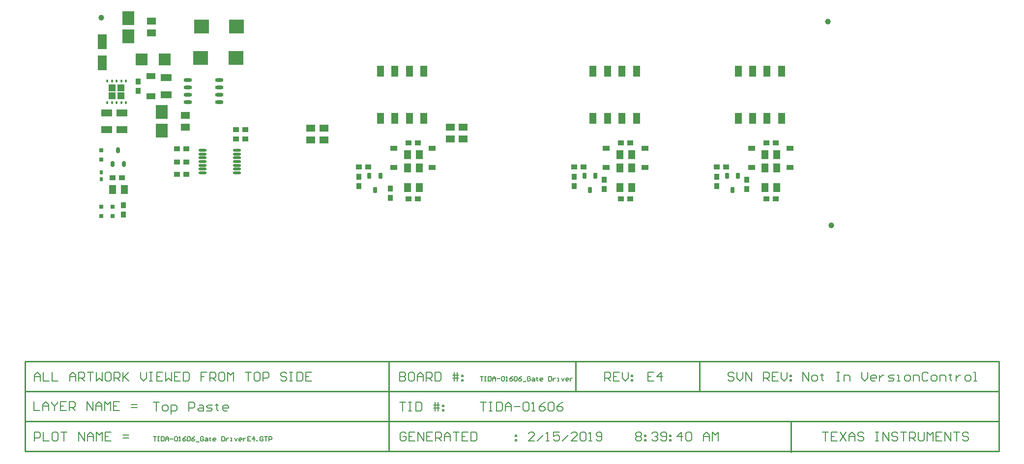
<source format=gtp>
G04*
G04 #@! TF.GenerationSoftware,Altium Limited,Altium Designer,18.1.9 (240)*
G04*
G04 Layer_Color=9021481*
%FSAX25Y25*%
%MOIN*%
G70*
G01*
G75*
%ADD15C,0.00800*%
%ADD17C,0.00600*%
%ADD25C,0.01000*%
%ADD26R,0.05158X0.04520*%
%ADD27R,0.06299X0.04331*%
G04:AMPARAMS|DCode=28|XSize=75.2mil|YSize=46.06mil|CornerRadius=2.07mil|HoleSize=0mil|Usage=FLASHONLY|Rotation=90.000|XOffset=0mil|YOffset=0mil|HoleType=Round|Shape=RoundedRectangle|*
%AMROUNDEDRECTD28*
21,1,0.07520,0.04192,0,0,90.0*
21,1,0.07105,0.04606,0,0,90.0*
1,1,0.00415,0.02096,0.03553*
1,1,0.00415,0.02096,-0.03553*
1,1,0.00415,-0.02096,-0.03553*
1,1,0.00415,-0.02096,0.03553*
%
%ADD28ROUNDEDRECTD28*%
%ADD29R,0.03937X0.03740*%
%ADD30R,0.03740X0.03937*%
%ADD31R,0.05000X0.06300*%
%ADD32R,0.06300X0.05000*%
%ADD33R,0.07284X0.05118*%
%ADD34R,0.10039X0.09646*%
%ADD35R,0.06299X0.10236*%
%ADD36O,0.05709X0.02362*%
%ADD37R,0.08465X0.09646*%
%ADD38O,0.01181X0.02362*%
%ADD39C,0.03937*%
%ADD40O,0.05512X0.01772*%
%ADD41R,0.07874X0.07874*%
%ADD42R,0.04803X0.03602*%
G04:AMPARAMS|DCode=43|XSize=23.62mil|YSize=39.37mil|CornerRadius=5.91mil|HoleSize=0mil|Usage=FLASHONLY|Rotation=180.000|XOffset=0mil|YOffset=0mil|HoleType=Round|Shape=RoundedRectangle|*
%AMROUNDEDRECTD43*
21,1,0.02362,0.02756,0,0,180.0*
21,1,0.01181,0.03937,0,0,180.0*
1,1,0.01181,-0.00591,0.01378*
1,1,0.01181,0.00591,0.01378*
1,1,0.01181,0.00591,-0.01378*
1,1,0.01181,-0.00591,-0.01378*
%
%ADD43ROUNDEDRECTD43*%
%ADD44R,0.03150X0.03150*%
G04:AMPARAMS|DCode=45|XSize=23.62mil|YSize=39.37mil|CornerRadius=2.01mil|HoleSize=0mil|Usage=FLASHONLY|Rotation=0.000|XOffset=0mil|YOffset=0mil|HoleType=Round|Shape=RoundedRectangle|*
%AMROUNDEDRECTD45*
21,1,0.02362,0.03535,0,0,0.0*
21,1,0.01961,0.03937,0,0,0.0*
1,1,0.00402,0.00980,-0.01768*
1,1,0.00402,-0.00980,-0.01768*
1,1,0.00402,-0.00980,0.01768*
1,1,0.00402,0.00980,0.01768*
%
%ADD45ROUNDEDRECTD45*%
%ADD46R,0.02362X0.03150*%
G54D15*
X0126900Y0073549D02*
X0130899D01*
X0128899D01*
Y0067551D01*
X0133898D02*
X0135897D01*
X0136897Y0068550D01*
Y0070550D01*
X0135897Y0071549D01*
X0133898D01*
X0132898Y0070550D01*
Y0068550D01*
X0133898Y0067551D01*
X0138896Y0065551D02*
Y0071549D01*
X0141895D01*
X0142895Y0070550D01*
Y0068550D01*
X0141895Y0067551D01*
X0138896D01*
X0150892D02*
Y0073549D01*
X0153891D01*
X0154891Y0072549D01*
Y0070550D01*
X0153891Y0069550D01*
X0150892D01*
X0157890Y0071549D02*
X0159889D01*
X0160889Y0070550D01*
Y0067551D01*
X0157890D01*
X0156890Y0068550D01*
X0157890Y0069550D01*
X0160889D01*
X0162888Y0067551D02*
X0165887D01*
X0166887Y0068550D01*
X0165887Y0069550D01*
X0163888D01*
X0162888Y0070550D01*
X0163888Y0071549D01*
X0166887D01*
X0169886Y0072549D02*
Y0071549D01*
X0168886D01*
X0170886D01*
X0169886D01*
Y0068550D01*
X0170886Y0067551D01*
X0176884D02*
X0174884D01*
X0173885Y0068550D01*
Y0070550D01*
X0174884Y0071549D01*
X0176884D01*
X0177884Y0070550D01*
Y0069550D01*
X0173885D01*
X0045850Y0073649D02*
Y0067651D01*
X0049849D01*
X0051848D02*
Y0071649D01*
X0053847Y0073649D01*
X0055847Y0071649D01*
Y0067651D01*
Y0070650D01*
X0051848D01*
X0057846Y0073649D02*
Y0072649D01*
X0059846Y0070650D01*
X0061845Y0072649D01*
Y0073649D01*
X0059846Y0070650D02*
Y0067651D01*
X0067843Y0073649D02*
X0063844D01*
Y0067651D01*
X0067843D01*
X0063844Y0070650D02*
X0065843D01*
X0069842Y0067651D02*
Y0073649D01*
X0072841D01*
X0073841Y0072649D01*
Y0070650D01*
X0072841Y0069650D01*
X0069842D01*
X0071842D02*
X0073841Y0067651D01*
X0081838D02*
Y0073649D01*
X0085837Y0067651D01*
Y0073649D01*
X0087836Y0067651D02*
Y0071649D01*
X0089836Y0073649D01*
X0091835Y0071649D01*
Y0067651D01*
Y0070650D01*
X0087836D01*
X0093835Y0067651D02*
Y0073649D01*
X0095834Y0071649D01*
X0097833Y0073649D01*
Y0067651D01*
X0103831Y0073649D02*
X0099832D01*
Y0067651D01*
X0103831D01*
X0099832Y0070650D02*
X0101832D01*
X0111829Y0069650D02*
X0115827D01*
X0111829Y0071649D02*
X0115827D01*
X0348550Y0073498D02*
X0352549D01*
X0350549D01*
Y0067500D01*
X0354548Y0073498D02*
X0356547D01*
X0355548D01*
Y0067500D01*
X0354548D01*
X0356547D01*
X0359546Y0073498D02*
Y0067500D01*
X0362545D01*
X0363545Y0068500D01*
Y0072498D01*
X0362545Y0073498D01*
X0359546D01*
X0365545Y0067500D02*
Y0071499D01*
X0367544Y0073498D01*
X0369543Y0071499D01*
Y0067500D01*
Y0070499D01*
X0365545D01*
X0371543D02*
X0375541D01*
X0377541Y0072498D02*
X0378540Y0073498D01*
X0380540D01*
X0381539Y0072498D01*
Y0068500D01*
X0380540Y0067500D01*
X0378540D01*
X0377541Y0068500D01*
Y0072498D01*
X0383539Y0067500D02*
X0385538D01*
X0384538D01*
Y0073498D01*
X0383539Y0072498D01*
X0392536Y0073498D02*
X0390536Y0072498D01*
X0388537Y0070499D01*
Y0068500D01*
X0389537Y0067500D01*
X0391536D01*
X0392536Y0068500D01*
Y0069499D01*
X0391536Y0070499D01*
X0388537D01*
X0394535Y0072498D02*
X0395535Y0073498D01*
X0397534D01*
X0398534Y0072498D01*
Y0068500D01*
X0397534Y0067500D01*
X0395535D01*
X0394535Y0068500D01*
Y0072498D01*
X0404532Y0073498D02*
X0402532Y0072498D01*
X0400533Y0070499D01*
Y0068500D01*
X0401533Y0067500D01*
X0403532D01*
X0404532Y0068500D01*
Y0069499D01*
X0403532Y0070499D01*
X0400533D01*
X0294000Y0073498D02*
X0297999D01*
X0295999D01*
Y0067500D01*
X0299998Y0073498D02*
X0301997D01*
X0300998D01*
Y0067500D01*
X0299998D01*
X0301997D01*
X0304996Y0073498D02*
Y0067500D01*
X0307996D01*
X0308995Y0068500D01*
Y0072498D01*
X0307996Y0073498D01*
X0304996D01*
X0317992Y0067500D02*
Y0073498D01*
X0319992D02*
Y0067500D01*
X0316993Y0071499D02*
X0319992D01*
X0320991D01*
X0316993Y0069499D02*
X0320991D01*
X0322991Y0071499D02*
X0323990D01*
Y0070499D01*
X0322991D01*
Y0071499D01*
Y0068500D02*
X0323990D01*
Y0067500D01*
X0322991D01*
Y0068500D01*
X0580500Y0052965D02*
X0584499D01*
X0582499D01*
Y0046966D01*
X0590497Y0052965D02*
X0586498D01*
Y0046966D01*
X0590497D01*
X0586498Y0049966D02*
X0588497D01*
X0592496Y0052965D02*
X0596495Y0046966D01*
Y0052965D02*
X0592496Y0046966D01*
X0598494D02*
Y0050965D01*
X0600493Y0052965D01*
X0602493Y0050965D01*
Y0046966D01*
Y0049966D01*
X0598494D01*
X0608491Y0051965D02*
X0607491Y0052965D01*
X0605492D01*
X0604492Y0051965D01*
Y0050965D01*
X0605492Y0049966D01*
X0607491D01*
X0608491Y0048966D01*
Y0047966D01*
X0607491Y0046966D01*
X0605492D01*
X0604492Y0047966D01*
X0616488Y0052965D02*
X0618488D01*
X0617488D01*
Y0046966D01*
X0616488D01*
X0618488D01*
X0621487D02*
Y0052965D01*
X0625486Y0046966D01*
Y0052965D01*
X0631484Y0051965D02*
X0630484Y0052965D01*
X0628484D01*
X0627485Y0051965D01*
Y0050965D01*
X0628484Y0049966D01*
X0630484D01*
X0631484Y0048966D01*
Y0047966D01*
X0630484Y0046966D01*
X0628484D01*
X0627485Y0047966D01*
X0633483Y0052965D02*
X0637482D01*
X0635482D01*
Y0046966D01*
X0639481D02*
Y0052965D01*
X0642480D01*
X0643480Y0051965D01*
Y0049966D01*
X0642480Y0048966D01*
X0639481D01*
X0641480D02*
X0643480Y0046966D01*
X0645479Y0052965D02*
Y0047966D01*
X0646479Y0046966D01*
X0648478D01*
X0649478Y0047966D01*
Y0052965D01*
X0651477Y0046966D02*
Y0052965D01*
X0653476Y0050965D01*
X0655476Y0052965D01*
Y0046966D01*
X0661474Y0052965D02*
X0657475D01*
Y0046966D01*
X0661474D01*
X0657475Y0049966D02*
X0659474D01*
X0663473Y0046966D02*
Y0052965D01*
X0667472Y0046966D01*
Y0052965D01*
X0669471D02*
X0673470D01*
X0671471D01*
Y0046966D01*
X0679468Y0051965D02*
X0678468Y0052965D01*
X0676469D01*
X0675469Y0051965D01*
Y0050965D01*
X0676469Y0049966D01*
X0678468D01*
X0679468Y0048966D01*
Y0047966D01*
X0678468Y0046966D01*
X0676469D01*
X0675469Y0047966D01*
X0454050Y0051965D02*
X0455050Y0052965D01*
X0457049D01*
X0458049Y0051965D01*
Y0050965D01*
X0457049Y0049966D01*
X0458049Y0048966D01*
Y0047966D01*
X0457049Y0046966D01*
X0455050D01*
X0454050Y0047966D01*
Y0048966D01*
X0455050Y0049966D01*
X0454050Y0050965D01*
Y0051965D01*
X0455050Y0049966D02*
X0457049D01*
X0460048Y0050965D02*
X0461048D01*
Y0049966D01*
X0460048D01*
Y0050965D01*
Y0047966D02*
X0461048D01*
Y0046966D01*
X0460048D01*
Y0047966D01*
X0465046Y0051965D02*
X0466046Y0052965D01*
X0468046D01*
X0469045Y0051965D01*
Y0050965D01*
X0468046Y0049966D01*
X0467046D01*
X0468046D01*
X0469045Y0048966D01*
Y0047966D01*
X0468046Y0046966D01*
X0466046D01*
X0465046Y0047966D01*
X0471044D02*
X0472044Y0046966D01*
X0474044D01*
X0475043Y0047966D01*
Y0051965D01*
X0474044Y0052965D01*
X0472044D01*
X0471044Y0051965D01*
Y0050965D01*
X0472044Y0049966D01*
X0475043D01*
X0477043Y0050965D02*
X0478042D01*
Y0049966D01*
X0477043D01*
Y0050965D01*
Y0047966D02*
X0478042D01*
Y0046966D01*
X0477043D01*
Y0047966D01*
X0485040Y0046966D02*
Y0052965D01*
X0482041Y0049966D01*
X0486040D01*
X0488039Y0051965D02*
X0489039Y0052965D01*
X0491038D01*
X0492038Y0051965D01*
Y0047966D01*
X0491038Y0046966D01*
X0489039D01*
X0488039Y0047966D01*
Y0051965D01*
X0500035Y0046966D02*
Y0050965D01*
X0502035Y0052965D01*
X0504034Y0050965D01*
Y0046966D01*
Y0049966D01*
X0500035D01*
X0506033Y0046966D02*
Y0052965D01*
X0508033Y0050965D01*
X0510032Y0052965D01*
Y0046966D01*
X0046350D02*
Y0052965D01*
X0049349D01*
X0050349Y0051965D01*
Y0049966D01*
X0049349Y0048966D01*
X0046350D01*
X0052348Y0052965D02*
Y0046966D01*
X0056347D01*
X0061345Y0052965D02*
X0059346D01*
X0058346Y0051965D01*
Y0047966D01*
X0059346Y0046966D01*
X0061345D01*
X0062345Y0047966D01*
Y0051965D01*
X0061345Y0052965D01*
X0064344D02*
X0068343D01*
X0066343D01*
Y0046966D01*
X0076340D02*
Y0052965D01*
X0080339Y0046966D01*
Y0052965D01*
X0082338Y0046966D02*
Y0050965D01*
X0084338Y0052965D01*
X0086337Y0050965D01*
Y0046966D01*
Y0049966D01*
X0082338D01*
X0088336Y0046966D02*
Y0052965D01*
X0090336Y0050965D01*
X0092335Y0052965D01*
Y0046966D01*
X0098333Y0052965D02*
X0094335D01*
Y0046966D01*
X0098333D01*
X0094335Y0049966D02*
X0096334D01*
X0106331Y0048966D02*
X0110329D01*
X0106331Y0050965D02*
X0110329D01*
X0294000Y0093831D02*
Y0087833D01*
X0296999D01*
X0297999Y0088833D01*
Y0089833D01*
X0296999Y0090832D01*
X0294000D01*
X0296999D01*
X0297999Y0091832D01*
Y0092832D01*
X0296999Y0093831D01*
X0294000D01*
X0302997D02*
X0300998D01*
X0299998Y0092832D01*
Y0088833D01*
X0300998Y0087833D01*
X0302997D01*
X0303997Y0088833D01*
Y0092832D01*
X0302997Y0093831D01*
X0305996Y0087833D02*
Y0091832D01*
X0307996Y0093831D01*
X0309995Y0091832D01*
Y0087833D01*
Y0090832D01*
X0305996D01*
X0311994Y0087833D02*
Y0093831D01*
X0314993D01*
X0315993Y0092832D01*
Y0090832D01*
X0314993Y0089833D01*
X0311994D01*
X0313994D02*
X0315993Y0087833D01*
X0317992Y0093831D02*
Y0087833D01*
X0320991D01*
X0321991Y0088833D01*
Y0092832D01*
X0320991Y0093831D01*
X0317992D01*
X0330988Y0087833D02*
Y0093831D01*
X0332987D02*
Y0087833D01*
X0329988Y0091832D02*
X0332987D01*
X0333987D01*
X0329988Y0089833D02*
X0333987D01*
X0335986Y0091832D02*
X0336986D01*
Y0090832D01*
X0335986D01*
Y0091832D01*
Y0088833D02*
X0336986D01*
Y0087833D01*
X0335986D01*
Y0088833D01*
X0466149Y0093831D02*
X0462150D01*
Y0087833D01*
X0466149D01*
X0462150Y0090832D02*
X0464149D01*
X0471147Y0087833D02*
Y0093831D01*
X0468148Y0090832D01*
X0472147D01*
X0046350Y0087833D02*
Y0091832D01*
X0048349Y0093831D01*
X0050349Y0091832D01*
Y0087833D01*
Y0090832D01*
X0046350D01*
X0052348Y0093831D02*
Y0087833D01*
X0056347D01*
X0058346Y0093831D02*
Y0087833D01*
X0062345D01*
X0070342D02*
Y0091832D01*
X0072342Y0093831D01*
X0074341Y0091832D01*
Y0087833D01*
Y0090832D01*
X0070342D01*
X0076340Y0087833D02*
Y0093831D01*
X0079339D01*
X0080339Y0092832D01*
Y0090832D01*
X0079339Y0089833D01*
X0076340D01*
X0078340D02*
X0080339Y0087833D01*
X0082338Y0093831D02*
X0086337D01*
X0084338D01*
Y0087833D01*
X0088336Y0093831D02*
Y0087833D01*
X0090336Y0089833D01*
X0092335Y0087833D01*
Y0093831D01*
X0097334D02*
X0095334D01*
X0094335Y0092832D01*
Y0088833D01*
X0095334Y0087833D01*
X0097334D01*
X0098333Y0088833D01*
Y0092832D01*
X0097334Y0093831D01*
X0100332Y0087833D02*
Y0093831D01*
X0103332D01*
X0104331Y0092832D01*
Y0090832D01*
X0103332Y0089833D01*
X0100332D01*
X0102332D02*
X0104331Y0087833D01*
X0106331Y0093831D02*
Y0087833D01*
Y0089833D01*
X0110329Y0093831D01*
X0107330Y0090832D01*
X0110329Y0087833D01*
X0118327Y0093831D02*
Y0089833D01*
X0120326Y0087833D01*
X0122325Y0089833D01*
Y0093831D01*
X0124325D02*
X0126324D01*
X0125324D01*
Y0087833D01*
X0124325D01*
X0126324D01*
X0133322Y0093831D02*
X0129323D01*
Y0087833D01*
X0133322D01*
X0129323Y0090832D02*
X0131323D01*
X0135321Y0093831D02*
Y0087833D01*
X0137321Y0089833D01*
X0139320Y0087833D01*
Y0093831D01*
X0145318D02*
X0141319D01*
Y0087833D01*
X0145318D01*
X0141319Y0090832D02*
X0143319D01*
X0147317Y0093831D02*
Y0087833D01*
X0150316D01*
X0151316Y0088833D01*
Y0092832D01*
X0150316Y0093831D01*
X0147317D01*
X0163312D02*
X0159313D01*
Y0090832D01*
X0161313D01*
X0159313D01*
Y0087833D01*
X0165312D02*
Y0093831D01*
X0168310D01*
X0169310Y0092832D01*
Y0090832D01*
X0168310Y0089833D01*
X0165312D01*
X0167311D02*
X0169310Y0087833D01*
X0174309Y0093831D02*
X0172309D01*
X0171310Y0092832D01*
Y0088833D01*
X0172309Y0087833D01*
X0174309D01*
X0175308Y0088833D01*
Y0092832D01*
X0174309Y0093831D01*
X0177308Y0087833D02*
Y0093831D01*
X0179307Y0091832D01*
X0181306Y0093831D01*
Y0087833D01*
X0189304Y0093831D02*
X0193303D01*
X0191303D01*
Y0087833D01*
X0198301Y0093831D02*
X0196301D01*
X0195302Y0092832D01*
Y0088833D01*
X0196301Y0087833D01*
X0198301D01*
X0199301Y0088833D01*
Y0092832D01*
X0198301Y0093831D01*
X0201300Y0087833D02*
Y0093831D01*
X0204299D01*
X0205299Y0092832D01*
Y0090832D01*
X0204299Y0089833D01*
X0201300D01*
X0217295Y0092832D02*
X0216295Y0093831D01*
X0214296D01*
X0213296Y0092832D01*
Y0091832D01*
X0214296Y0090832D01*
X0216295D01*
X0217295Y0089833D01*
Y0088833D01*
X0216295Y0087833D01*
X0214296D01*
X0213296Y0088833D01*
X0219294Y0093831D02*
X0221293D01*
X0220294D01*
Y0087833D01*
X0219294D01*
X0221293D01*
X0224292Y0093831D02*
Y0087833D01*
X0227291D01*
X0228291Y0088833D01*
Y0092832D01*
X0227291Y0093831D01*
X0224292D01*
X0234289D02*
X0230291D01*
Y0087833D01*
X0234289D01*
X0230291Y0090832D02*
X0232290D01*
X0298199Y0051965D02*
X0297199Y0052965D01*
X0295200D01*
X0294200Y0051965D01*
Y0047966D01*
X0295200Y0046966D01*
X0297199D01*
X0298199Y0047966D01*
Y0049966D01*
X0296199D01*
X0304197Y0052965D02*
X0300198D01*
Y0046966D01*
X0304197D01*
X0300198Y0049966D02*
X0302197D01*
X0306196Y0046966D02*
Y0052965D01*
X0310195Y0046966D01*
Y0052965D01*
X0316193D02*
X0312194D01*
Y0046966D01*
X0316193D01*
X0312194Y0049966D02*
X0314194D01*
X0318192Y0046966D02*
Y0052965D01*
X0321191D01*
X0322191Y0051965D01*
Y0049966D01*
X0321191Y0048966D01*
X0318192D01*
X0320192D02*
X0322191Y0046966D01*
X0324190D02*
Y0050965D01*
X0326190Y0052965D01*
X0328189Y0050965D01*
Y0046966D01*
Y0049966D01*
X0324190D01*
X0330188Y0052965D02*
X0334187D01*
X0332188D01*
Y0046966D01*
X0340185Y0052965D02*
X0336186D01*
Y0046966D01*
X0340185D01*
X0336186Y0049966D02*
X0338186D01*
X0342184Y0052965D02*
Y0046966D01*
X0345183D01*
X0346183Y0047966D01*
Y0051965D01*
X0345183Y0052965D01*
X0342184D01*
X0372175Y0050965D02*
X0373175D01*
Y0049966D01*
X0372175D01*
Y0050965D01*
Y0047966D02*
X0373175D01*
Y0046966D01*
X0372175D01*
Y0047966D01*
X0385149Y0046966D02*
X0381150D01*
X0385149Y0050965D01*
Y0051965D01*
X0384149Y0052965D01*
X0382150D01*
X0381150Y0051965D01*
X0387148Y0046966D02*
X0391147Y0050965D01*
X0393146Y0046966D02*
X0395146D01*
X0394146D01*
Y0052965D01*
X0393146Y0051965D01*
X0402143Y0052965D02*
X0398145D01*
Y0049966D01*
X0400144Y0050965D01*
X0401144D01*
X0402143Y0049966D01*
Y0047966D01*
X0401144Y0046966D01*
X0399144D01*
X0398145Y0047966D01*
X0404143Y0046966D02*
X0408141Y0050965D01*
X0414139Y0046966D02*
X0410141D01*
X0414139Y0050965D01*
Y0051965D01*
X0413140Y0052965D01*
X0411140D01*
X0410141Y0051965D01*
X0416139D02*
X0417138Y0052965D01*
X0419138D01*
X0420137Y0051965D01*
Y0047966D01*
X0419138Y0046966D01*
X0417138D01*
X0416139Y0047966D01*
Y0051965D01*
X0422137Y0046966D02*
X0424136D01*
X0423136D01*
Y0052965D01*
X0422137Y0051965D01*
X0427135Y0047966D02*
X0428135Y0046966D01*
X0430134D01*
X0431134Y0047966D01*
Y0051965D01*
X0430134Y0052965D01*
X0428135D01*
X0427135Y0051965D01*
Y0050965D01*
X0428135Y0049966D01*
X0431134D01*
X0433000Y0087833D02*
Y0093831D01*
X0435999D01*
X0436999Y0092832D01*
Y0090832D01*
X0435999Y0089833D01*
X0433000D01*
X0434999D02*
X0436999Y0087833D01*
X0442997Y0093831D02*
X0438998D01*
Y0087833D01*
X0442997D01*
X0438998Y0090832D02*
X0440997D01*
X0444996Y0093831D02*
Y0089833D01*
X0446995Y0087833D01*
X0448995Y0089833D01*
Y0093831D01*
X0450994Y0091832D02*
X0451994D01*
Y0090832D01*
X0450994D01*
Y0091832D01*
Y0088833D02*
X0451994D01*
Y0087833D01*
X0450994D01*
Y0088833D01*
X0520799Y0092832D02*
X0519799Y0093831D01*
X0517800D01*
X0516800Y0092832D01*
Y0091832D01*
X0517800Y0090832D01*
X0519799D01*
X0520799Y0089833D01*
Y0088833D01*
X0519799Y0087833D01*
X0517800D01*
X0516800Y0088833D01*
X0522798Y0093831D02*
Y0089833D01*
X0524797Y0087833D01*
X0526797Y0089833D01*
Y0093831D01*
X0528796Y0087833D02*
Y0093831D01*
X0532795Y0087833D01*
Y0093831D01*
X0540792Y0087833D02*
Y0093831D01*
X0543791D01*
X0544791Y0092832D01*
Y0090832D01*
X0543791Y0089833D01*
X0540792D01*
X0542792D02*
X0544791Y0087833D01*
X0550789Y0093831D02*
X0546790D01*
Y0087833D01*
X0550789D01*
X0546790Y0090832D02*
X0548790D01*
X0552788Y0093831D02*
Y0089833D01*
X0554788Y0087833D01*
X0556787Y0089833D01*
Y0093831D01*
X0558786Y0091832D02*
X0559786D01*
Y0090832D01*
X0558786D01*
Y0091832D01*
Y0088833D02*
X0559786D01*
Y0087833D01*
X0558786D01*
Y0088833D01*
X0567400Y0087833D02*
Y0093831D01*
X0571399Y0087833D01*
Y0093831D01*
X0574398Y0087833D02*
X0576397D01*
X0577397Y0088833D01*
Y0090832D01*
X0576397Y0091832D01*
X0574398D01*
X0573398Y0090832D01*
Y0088833D01*
X0574398Y0087833D01*
X0580396Y0092832D02*
Y0091832D01*
X0579396D01*
X0581395D01*
X0580396D01*
Y0088833D01*
X0581395Y0087833D01*
X0590393Y0093831D02*
X0592392D01*
X0591392D01*
Y0087833D01*
X0590393D01*
X0592392D01*
X0595391D02*
Y0091832D01*
X0598390D01*
X0599390Y0090832D01*
Y0087833D01*
X0607387Y0093831D02*
Y0089833D01*
X0609386Y0087833D01*
X0611386Y0089833D01*
Y0093831D01*
X0616384Y0087833D02*
X0614385D01*
X0613385Y0088833D01*
Y0090832D01*
X0614385Y0091832D01*
X0616384D01*
X0617384Y0090832D01*
Y0089833D01*
X0613385D01*
X0619383Y0091832D02*
Y0087833D01*
Y0089833D01*
X0620383Y0090832D01*
X0621383Y0091832D01*
X0622382D01*
X0625381Y0087833D02*
X0628380D01*
X0629380Y0088833D01*
X0628380Y0089833D01*
X0626381D01*
X0625381Y0090832D01*
X0626381Y0091832D01*
X0629380D01*
X0631379Y0087833D02*
X0633379D01*
X0632379D01*
Y0091832D01*
X0631379D01*
X0637377Y0087833D02*
X0639377D01*
X0640376Y0088833D01*
Y0090832D01*
X0639377Y0091832D01*
X0637377D01*
X0636378Y0090832D01*
Y0088833D01*
X0637377Y0087833D01*
X0642376D02*
Y0091832D01*
X0645375D01*
X0646374Y0090832D01*
Y0087833D01*
X0652373Y0092832D02*
X0651373Y0093831D01*
X0649373D01*
X0648374Y0092832D01*
Y0088833D01*
X0649373Y0087833D01*
X0651373D01*
X0652373Y0088833D01*
X0655372Y0087833D02*
X0657371D01*
X0658371Y0088833D01*
Y0090832D01*
X0657371Y0091832D01*
X0655372D01*
X0654372Y0090832D01*
Y0088833D01*
X0655372Y0087833D01*
X0660370D02*
Y0091832D01*
X0663369D01*
X0664369Y0090832D01*
Y0087833D01*
X0667368Y0092832D02*
Y0091832D01*
X0666368D01*
X0668367D01*
X0667368D01*
Y0088833D01*
X0668367Y0087833D01*
X0671366Y0091832D02*
Y0087833D01*
Y0089833D01*
X0672366Y0090832D01*
X0673366Y0091832D01*
X0674365D01*
X0678364Y0087833D02*
X0680364D01*
X0681363Y0088833D01*
Y0090832D01*
X0680364Y0091832D01*
X0678364D01*
X0677364Y0090832D01*
Y0088833D01*
X0678364Y0087833D01*
X0683362D02*
X0685362D01*
X0684362D01*
Y0093831D01*
X0683362D01*
G54D17*
X0348550Y0090832D02*
X0350549D01*
X0349550D01*
Y0087833D01*
X0351549Y0090832D02*
X0352549D01*
X0352049D01*
Y0087833D01*
X0351549D01*
X0352549D01*
X0354048Y0090832D02*
Y0087833D01*
X0355548D01*
X0356048Y0088333D01*
Y0090333D01*
X0355548Y0090832D01*
X0354048D01*
X0357047Y0087833D02*
Y0089833D01*
X0358047Y0090832D01*
X0359047Y0089833D01*
Y0087833D01*
Y0089333D01*
X0357047D01*
X0360046D02*
X0362046D01*
X0363045Y0090333D02*
X0363545Y0090832D01*
X0364545D01*
X0365045Y0090333D01*
Y0088333D01*
X0364545Y0087833D01*
X0363545D01*
X0363045Y0088333D01*
Y0090333D01*
X0366044Y0087833D02*
X0367044D01*
X0366544D01*
Y0090832D01*
X0366044Y0090333D01*
X0370543Y0090832D02*
X0369543Y0090333D01*
X0368544Y0089333D01*
Y0088333D01*
X0369043Y0087833D01*
X0370043D01*
X0370543Y0088333D01*
Y0088833D01*
X0370043Y0089333D01*
X0368544D01*
X0371543Y0090333D02*
X0372042Y0090832D01*
X0373042D01*
X0373542Y0090333D01*
Y0088333D01*
X0373042Y0087833D01*
X0372042D01*
X0371543Y0088333D01*
Y0090333D01*
X0376541Y0090832D02*
X0375541Y0090333D01*
X0374542Y0089333D01*
Y0088333D01*
X0375041Y0087833D01*
X0376041D01*
X0376541Y0088333D01*
Y0088833D01*
X0376041Y0089333D01*
X0374542D01*
X0377541Y0087334D02*
X0379540D01*
X0382539Y0090333D02*
X0382039Y0090832D01*
X0381040D01*
X0380540Y0090333D01*
Y0088333D01*
X0381040Y0087833D01*
X0382039D01*
X0382539Y0088333D01*
Y0089333D01*
X0381539D01*
X0384038Y0089833D02*
X0385038D01*
X0385538Y0089333D01*
Y0087833D01*
X0384038D01*
X0383539Y0088333D01*
X0384038Y0088833D01*
X0385538D01*
X0387038Y0090333D02*
Y0089833D01*
X0386538D01*
X0387537D01*
X0387038D01*
Y0088333D01*
X0387537Y0087833D01*
X0390536D02*
X0389537D01*
X0389037Y0088333D01*
Y0089333D01*
X0389537Y0089833D01*
X0390536D01*
X0391036Y0089333D01*
Y0088833D01*
X0389037D01*
X0395035Y0090832D02*
Y0087833D01*
X0396534D01*
X0397034Y0088333D01*
Y0090333D01*
X0396534Y0090832D01*
X0395035D01*
X0398034Y0089833D02*
Y0087833D01*
Y0088833D01*
X0398534Y0089333D01*
X0399034Y0089833D01*
X0399534D01*
X0401033Y0087833D02*
X0402033D01*
X0401533D01*
Y0089833D01*
X0401033D01*
X0403532D02*
X0404532Y0087833D01*
X0405532Y0089833D01*
X0408031Y0087833D02*
X0407031D01*
X0406531Y0088333D01*
Y0089333D01*
X0407031Y0089833D01*
X0408031D01*
X0408531Y0089333D01*
Y0088833D01*
X0406531D01*
X0409530Y0089833D02*
Y0087833D01*
Y0088833D01*
X0410030Y0089333D01*
X0410530Y0089833D01*
X0411030D01*
X0126900Y0049966D02*
X0128899D01*
X0127900D01*
Y0046966D01*
X0129899Y0049966D02*
X0130899D01*
X0130399D01*
Y0046966D01*
X0129899D01*
X0130899D01*
X0132398Y0049966D02*
Y0046966D01*
X0133898D01*
X0134398Y0047466D01*
Y0049466D01*
X0133898Y0049966D01*
X0132398D01*
X0135397Y0046966D02*
Y0048966D01*
X0136397Y0049966D01*
X0137397Y0048966D01*
Y0046966D01*
Y0048466D01*
X0135397D01*
X0138396D02*
X0140396D01*
X0141395Y0049466D02*
X0141895Y0049966D01*
X0142895D01*
X0143395Y0049466D01*
Y0047466D01*
X0142895Y0046966D01*
X0141895D01*
X0141395Y0047466D01*
Y0049466D01*
X0144394Y0046966D02*
X0145394D01*
X0144894D01*
Y0049966D01*
X0144394Y0049466D01*
X0148893Y0049966D02*
X0147893Y0049466D01*
X0146894Y0048466D01*
Y0047466D01*
X0147393Y0046966D01*
X0148393D01*
X0148893Y0047466D01*
Y0047966D01*
X0148393Y0048466D01*
X0146894D01*
X0149893Y0049466D02*
X0150392Y0049966D01*
X0151392D01*
X0151892Y0049466D01*
Y0047466D01*
X0151392Y0046966D01*
X0150392D01*
X0149893Y0047466D01*
Y0049466D01*
X0154891Y0049966D02*
X0153891Y0049466D01*
X0152892Y0048466D01*
Y0047466D01*
X0153391Y0046966D01*
X0154391D01*
X0154891Y0047466D01*
Y0047966D01*
X0154391Y0048466D01*
X0152892D01*
X0155891Y0046467D02*
X0157890D01*
X0160889Y0049466D02*
X0160389Y0049966D01*
X0159389D01*
X0158890Y0049466D01*
Y0047466D01*
X0159389Y0046966D01*
X0160389D01*
X0160889Y0047466D01*
Y0048466D01*
X0159889D01*
X0162389Y0048966D02*
X0163388D01*
X0163888Y0048466D01*
Y0046966D01*
X0162389D01*
X0161889Y0047466D01*
X0162389Y0047966D01*
X0163888D01*
X0165388Y0049466D02*
Y0048966D01*
X0164888D01*
X0165887D01*
X0165388D01*
Y0047466D01*
X0165887Y0046966D01*
X0168886D02*
X0167887D01*
X0167387Y0047466D01*
Y0048466D01*
X0167887Y0048966D01*
X0168886D01*
X0169386Y0048466D01*
Y0047966D01*
X0167387D01*
X0173385Y0049966D02*
Y0046966D01*
X0174884D01*
X0175384Y0047466D01*
Y0049466D01*
X0174884Y0049966D01*
X0173385D01*
X0176384Y0048966D02*
Y0046966D01*
Y0047966D01*
X0176884Y0048466D01*
X0177384Y0048966D01*
X0177884D01*
X0179383Y0046966D02*
X0180383D01*
X0179883D01*
Y0048966D01*
X0179383D01*
X0181882D02*
X0182882Y0046966D01*
X0183882Y0048966D01*
X0186381Y0046966D02*
X0185381D01*
X0184881Y0047466D01*
Y0048466D01*
X0185381Y0048966D01*
X0186381D01*
X0186881Y0048466D01*
Y0047966D01*
X0184881D01*
X0187880Y0048966D02*
Y0046966D01*
Y0047966D01*
X0188380Y0048466D01*
X0188880Y0048966D01*
X0189380D01*
X0192879Y0049966D02*
X0190879D01*
Y0046966D01*
X0192879D01*
X0190879Y0048466D02*
X0191879D01*
X0195378Y0046966D02*
Y0049966D01*
X0193878Y0048466D01*
X0195878D01*
X0196877Y0046966D02*
Y0047466D01*
X0197377D01*
Y0046966D01*
X0196877D01*
X0201376Y0049466D02*
X0200876Y0049966D01*
X0199876D01*
X0199376Y0049466D01*
Y0047466D01*
X0199876Y0046966D01*
X0200876D01*
X0201376Y0047466D01*
Y0048466D01*
X0200376D01*
X0202376Y0049966D02*
X0204375D01*
X0203375D01*
Y0046966D01*
X0205375D02*
Y0049966D01*
X0206874D01*
X0207374Y0049466D01*
Y0048466D01*
X0206874Y0047966D01*
X0205375D01*
G54D25*
X0559400Y0039400D02*
Y0059683D01*
X0440500Y0040050D02*
X0700200D01*
Y0101050D01*
X0286500Y0040050D02*
Y0101050D01*
X0040000Y0040050D02*
Y0101050D01*
X0040050Y0040050D02*
X0197600D01*
X0040050D02*
Y0101050D01*
Y0101050D02*
X0700200D01*
X0040000Y0040050D02*
X0440500D01*
X0040000Y0060383D02*
X0700000D01*
X0040000Y0080717D02*
X0700200D01*
X0413200D02*
Y0101050D01*
X0497200Y0080717D02*
Y0101050D01*
G54D26*
X0104972Y0281391D02*
D03*
Y0286698D02*
D03*
X0099028D02*
D03*
Y0281391D02*
D03*
G54D27*
X0125200Y0294593D02*
D03*
Y0281207D02*
D03*
G54D28*
X0310398Y0297944D02*
D03*
X0300595D02*
D03*
X0290792D02*
D03*
X0280989Y0265936D02*
D03*
Y0297944D02*
D03*
X0290792Y0265936D02*
D03*
X0300595D02*
D03*
X0310398D02*
D03*
X0454498Y0297944D02*
D03*
X0444695D02*
D03*
X0434892D02*
D03*
X0425089Y0265936D02*
D03*
Y0297944D02*
D03*
X0434892Y0265936D02*
D03*
X0444695D02*
D03*
X0454498D02*
D03*
X0552898Y0297944D02*
D03*
X0543095D02*
D03*
X0533292D02*
D03*
X0523489Y0265936D02*
D03*
Y0297944D02*
D03*
X0533292Y0265936D02*
D03*
X0543095D02*
D03*
X0552898D02*
D03*
G54D29*
X0542550Y0211400D02*
D03*
X0548850D02*
D03*
X0542539Y0249500D02*
D03*
X0548839D02*
D03*
X0444050Y0211400D02*
D03*
X0450350D02*
D03*
X0444050Y0249500D02*
D03*
X0450350D02*
D03*
X0300050Y0211400D02*
D03*
X0306350D02*
D03*
X0300050Y0249500D02*
D03*
X0306350D02*
D03*
X0189350Y0251900D02*
D03*
X0183050D02*
D03*
X0515239Y0233200D02*
D03*
X0508939D02*
D03*
X0418539D02*
D03*
X0412239D02*
D03*
X0272739D02*
D03*
X0266439D02*
D03*
X0183050Y0258400D02*
D03*
X0189350D02*
D03*
X0149350Y0245400D02*
D03*
X0143050D02*
D03*
X0149350Y0236400D02*
D03*
X0143050D02*
D03*
X0143050Y0227900D02*
D03*
X0149350D02*
D03*
X0099450Y0225662D02*
D03*
X0105750D02*
D03*
G54D30*
X0529389Y0218050D02*
D03*
Y0224350D02*
D03*
X0432689Y0218050D02*
D03*
Y0224350D02*
D03*
X0287689Y0218250D02*
D03*
Y0211950D02*
D03*
X0116700Y0284695D02*
D03*
Y0290995D02*
D03*
X0508889Y0226350D02*
D03*
Y0220050D02*
D03*
X0412189Y0226350D02*
D03*
Y0220050D02*
D03*
X0266289Y0226350D02*
D03*
Y0220050D02*
D03*
X0106700Y0207050D02*
D03*
Y0200750D02*
D03*
G54D31*
X0549600Y0232500D02*
D03*
X0541600D02*
D03*
X0549600Y0241500D02*
D03*
X0541600D02*
D03*
X0451200D02*
D03*
X0443200D02*
D03*
X0451200Y0232500D02*
D03*
X0443200D02*
D03*
X0307200Y0241500D02*
D03*
X0299200D02*
D03*
X0307200Y0232500D02*
D03*
X0299200D02*
D03*
X0541689Y0219000D02*
D03*
X0549689D02*
D03*
X0443200D02*
D03*
X0451200D02*
D03*
X0299200D02*
D03*
X0307200D02*
D03*
X0099289Y0217600D02*
D03*
X0107289D02*
D03*
G54D32*
X0233589Y0251400D02*
D03*
Y0259400D02*
D03*
X0125589Y0324100D02*
D03*
Y0332100D02*
D03*
X0328189Y0252000D02*
D03*
Y0260000D02*
D03*
X0148500Y0260045D02*
D03*
Y0268045D02*
D03*
X0242789Y0251500D02*
D03*
Y0259500D02*
D03*
X0336989Y0252000D02*
D03*
Y0260000D02*
D03*
G54D33*
X0135700Y0293609D02*
D03*
Y0282191D02*
D03*
X0095289Y0269709D02*
D03*
Y0258291D02*
D03*
X0105489Y0269709D02*
D03*
Y0258291D02*
D03*
G54D34*
X0182909Y0306900D02*
D03*
X0159091D02*
D03*
X0159591Y0328400D02*
D03*
X0183409D02*
D03*
G54D35*
X0092300Y0303776D02*
D03*
Y0317950D02*
D03*
G54D36*
X0171728Y0276900D02*
D03*
Y0281900D02*
D03*
Y0286900D02*
D03*
Y0291900D02*
D03*
X0150272Y0276900D02*
D03*
Y0281900D02*
D03*
Y0286900D02*
D03*
Y0291900D02*
D03*
G54D37*
X0109889Y0321799D02*
D03*
Y0334201D02*
D03*
X0132500Y0257844D02*
D03*
Y0270246D02*
D03*
G54D38*
X0095701Y0291525D02*
D03*
X0108299Y0276565D02*
D03*
X0105150D02*
D03*
X0102000D02*
D03*
X0098850D02*
D03*
X0095701D02*
D03*
X0098850Y0291525D02*
D03*
X0102000D02*
D03*
X0105150D02*
D03*
X0108299D02*
D03*
G54D39*
X0584300Y0331800D02*
D03*
X0091489Y0334300D02*
D03*
X0586700Y0193400D02*
D03*
G54D40*
X0183475Y0229081D02*
D03*
Y0231641D02*
D03*
Y0234200D02*
D03*
Y0236759D02*
D03*
Y0239318D02*
D03*
Y0241877D02*
D03*
Y0244436D02*
D03*
X0160247Y0229081D02*
D03*
Y0231641D02*
D03*
Y0234200D02*
D03*
Y0236759D02*
D03*
Y0239318D02*
D03*
Y0241877D02*
D03*
Y0244436D02*
D03*
G54D41*
X0134663Y0306200D02*
D03*
X0118915D02*
D03*
G54D42*
X0558589Y0245647D02*
D03*
Y0232753D02*
D03*
X0460189Y0245647D02*
D03*
Y0232753D02*
D03*
X0434089Y0245647D02*
D03*
Y0232753D02*
D03*
X0532489Y0245647D02*
D03*
Y0232753D02*
D03*
X0316089Y0245647D02*
D03*
Y0232753D02*
D03*
X0289989Y0245647D02*
D03*
Y0232753D02*
D03*
G54D43*
X0099360Y0234938D02*
D03*
X0106840D02*
D03*
X0103100Y0244387D02*
D03*
G54D44*
X0099200Y0199750D02*
D03*
Y0206050D02*
D03*
X0091500Y0199750D02*
D03*
Y0206050D02*
D03*
X0091600Y0238013D02*
D03*
Y0244312D02*
D03*
G54D45*
X0523429Y0226924D02*
D03*
X0515949D02*
D03*
X0519689Y0217476D02*
D03*
X0426729Y0226924D02*
D03*
X0419249D02*
D03*
X0422989Y0217476D02*
D03*
X0280929Y0226924D02*
D03*
X0273449D02*
D03*
X0277189Y0217476D02*
D03*
G54D46*
X0091600Y0224800D02*
D03*
Y0229524D02*
D03*
M02*

</source>
